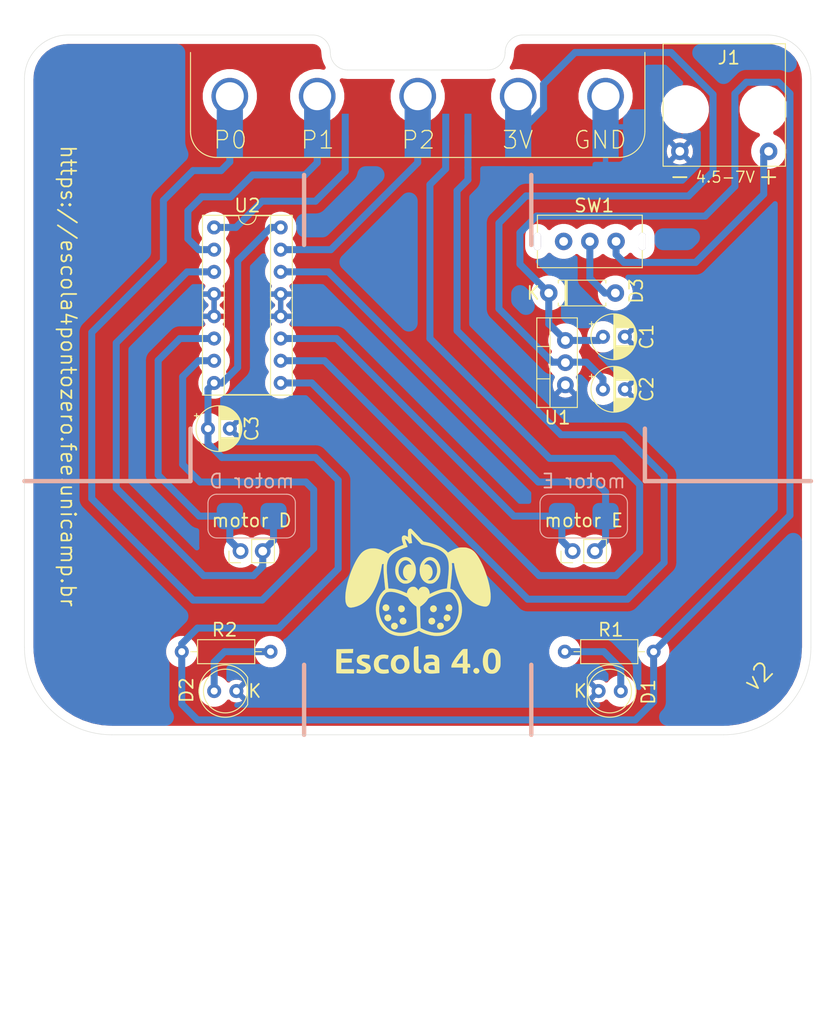
<source format=kicad_pcb>
(kicad_pcb (version 20211014) (generator pcbnew)
  (layers (0 "F.Cu" signal) (31 "B.Cu" signal) (34 "B.Paste" user) (35 "F.Paste" user) (36 "B.SilkS" user "B.Silkscreen") (37 "F.SilkS" user "F.Silkscreen") (38 "B.Mask" user) (39 "F.Mask" user) (44 "Edge.Cuts" user))
  (net 0 "")
  (net 1 "GND")
  (net 2 "Net-(J2-Pad6)")
  (net 3 "Net-(J2-Pad5)")
  (net 4 "Net-(J2-Pad4)")
  (net 5 "Net-(J2-Pad3)")
  (net 6 "Net-(J2-Pad2)")
  (net 7 "Net-(J2-Pad1)")
  (net 8 "/Vin")
  (net 9 "/3.3V")
  (net 10 "Net-(J3-Pad2)")
  (net 11 "Net-(J3-Pad1)")
  (net 12 "Net-(J4-Pad2)")
  (net 13 "Net-(J4-Pad1)")
  (net 14 "Net-(D1-Pad2)")
  (net 15 "Net-(D2-Pad2)")
  (net 16 "Net-(D3-Pad2)")
  (net 17 "Net-(J1-Pad2)")
  (footprint "bitmovel:R_Axial_DIN0207_L6.3mm_D2.5mm_P10.16mm_Horizontal" (layer "F.Cu") (at 177 113.5 180)
    (fp_text reference "R1" (at 4.9 2.5 180) (layer "F.SilkS") (effects (font (size 1.5 1.5) (thickness 0.2))))
    (fp_text value "R_US")
    (pad "1" thru_hole circle locked (at 0 0 180) (size 1.6 1.6) (drill 0.8) (layers *.Cu *.Mask) (net 8 "/Vin"))
    (pad "2" thru_hole oval locked (at 10.16 0 180) (size 1.6 1.6) (drill 0.8) (layers *.Cu *.Mask) (net 14 "Net-(D1-Pad2)"))
  )
  (footprint "bitmovel:microbit_edge_rings" (layer "F.Cu") (at 150 50)
    (fp_text reference "J2" hide)
    (fp_text value "micro:bit")
    (pad "" thru_hole circle locked (at -21.5 0) (size 4.2 4.2) (drill 3.2) (layers *.Cu *.Mask))
    (pad "" thru_hole circle locked (at 0 0) (size 4.2 4.2) (drill 3.2) (layers *.Cu *.Mask))
    (pad "" thru_hole circle locked (at 21.5 0) (size 4.2 4.2) (drill 3.2) (layers *.Cu *.Mask))
    (pad "" thru_hole circle locked (at 11.5 0) (size 4.2 4.2) (drill 3.2) (layers *.Cu *.Mask))
    (pad "" thru_hole circle locked (at -11.5 0) (size 4.2 4.2) (drill 3.2) (layers *.Cu *.Mask))
    (pad "1" connect rect locked (at -21.5 3.5) (size 3 7) (layers "B.Cu" "B.Mask") (net 7 "Net-(J2-Pad1)"))
    (pad "2" connect rect locked (at -11.5 3.5) (size 3 7) (layers "B.Cu" "B.Mask") (net 6 "Net-(J2-Pad2)"))
    (pad "3" connect rect locked (at -8.29 4.5) (size 0.8 5) (layers "B.Cu" "B.Mask") (net 5 "Net-(J2-Pad3)"))
    (pad "4" connect rect locked (at 0 3.5) (size 3 7) (layers "B.Cu" "B.Mask") (net 4 "Net-(J2-Pad4)"))
    (pad "5" connect rect locked (at 3.21 4.5) (size 0.8 5) (layers "B.Cu" "B.Mask") (net 3 "Net-(J2-Pad5)"))
    (pad "6" connect rect locked (at 5.75 4.5) (size 0.8 5) (layers "B.Cu" "B.Mask") (net 2 "Net-(J2-Pad6)"))
    (pad "7" connect rect locked (at 11.5 3.5) (size 3 7) (layers "B.Cu" "B.Mask") (net 9 "/3.3V"))
    (pad "8" connect rect locked (at 21.5 3.5) (size 3 7) (layers "B.Cu" "B.Mask") (net 1 "GND"))
  )
  (footprint "bitmovel:DIP-16_W7.62mm_Socket" (layer "F.Cu") (at 126.7 65)
    (fp_text reference "U2" (at 3.81 -2.5) (layer "F.SilkS") (effects (font (size 1.5 1.5) (thickness 0.2))))
    (fp_text value "L293D")
    (pad "1" thru_hole circle locked (at 0 0) (size 1.6 1.6) (drill 0.8) (layers *.Cu *.Mask) (net 5 "Net-(J2-Pad3)"))
    (pad "2" thru_hole oval locked (at 0 2.54) (size 1.6 1.6) (drill 0.8) (layers *.Cu *.Mask) (net 6 "Net-(J2-Pad2)"))
    (pad "3" thru_hole oval locked (at 0 5.08) (size 1.6 1.6) (drill 0.8) (layers *.Cu *.Mask) (net 11 "Net-(J3-Pad1)"))
    (pad "4" thru_hole oval locked (at 0 7.62) (size 1.6 1.6) (drill 0.8) (layers *.Cu *.Mask) (net 1 "GND"))
    (pad "5" thru_hole oval locked (at 0 10.16) (size 1.6 1.6) (drill 0.8) (layers *.Cu *.Mask) (net 1 "GND"))
    (pad "6" thru_hole oval locked (at 0 12.7) (size 1.6 1.6) (drill 0.8) (layers *.Cu *.Mask) (net 10 "Net-(J3-Pad2)"))
    (pad "7" thru_hole oval locked (at 0 15.24) (size 1.6 1.6) (drill 0.8) (layers *.Cu *.Mask) (net 7 "Net-(J2-Pad1)"))
    (pad "8" thru_hole oval locked (at 0 17.78) (size 1.6 1.6) (drill 0.8) (layers *.Cu *.Mask) (net 8 "/Vin"))
    (pad "9" thru_hole oval locked (at 7.62 17.78) (size 1.6 1.6) (drill 0.8) (layers *.Cu *.Mask) (net 2 "Net-(J2-Pad6)"))
    (pad "10" thru_hole oval locked (at 7.62 15.24) (size 1.6 1.6) (drill 0.8) (layers *.Cu *.Mask) (net 3 "Net-(J2-Pad5)"))
    (pad "11" thru_hole oval locked (at 7.62 12.7) (size 1.6 1.6) (drill 0.8) (layers *.Cu *.Mask) (net 13 "Net-(J4-Pad1)"))
    (pad "12" thru_hole oval locked (at 7.62 10.16) (size 1.6 1.6) (drill 0.8) (layers *.Cu *.Mask) (net 1 "GND"))
    (pad "13" thru_hole oval locked (at 7.62 7.62) (size 1.6 1.6) (drill 0.8) (layers *.Cu *.Mask) (net 1 "GND"))
    (pad "14" thru_hole oval locked (at 7.62 5.08) (size 1.6 1.6) (drill 0.8) (layers *.Cu *.Mask) (net 12 "Net-(J4-Pad2)"))
    (pad "15" thru_hole oval locked (at 7.62 2.54) (size 1.6 1.6) (drill 0.8) (layers *.Cu *.Mask) (net 4 "Net-(J2-Pad4)"))
    (pad "16" thru_hole oval locked (at 7.62 0) (size 1.6 1.6) (drill 0.8) (layers *.Cu *.Mask) (net 8 "/Vin"))
  )
  (footprint "Personal:logo_escola" (layer "F.Cu") (at 150 105)
    (fp_text reference "G***" hide)
    (fp_text value "LOGO" hide)
  )
  (footprint "Connector_PinHeader_2.54mm:PinHeader_1x02_P2.54mm_Vertical" (layer "F.Cu") (at 129.73 102 90)
    (fp_text reference "REF**" hide)
    (fp_text value "motor D" (at 3.5 1.27 180) (layer "F.SilkS") (effects (font (size 1.5 1.5) (thickness 0.2))))
    (pad "1" thru_hole circle locked (at 0 0 90) (size 1.8 1.8) (drill 1) (layers *.Cu *.Mask) (net 10 "Net-(J3-Pad2)"))
    (pad "2" thru_hole circle locked (at 0 2.54 90) (size 1.8 1.8) (drill 1) (layers *.Cu *.Mask) (net 11 "Net-(J3-Pad1)"))
  )
  (footprint "Connector_PinHeader_2.54mm:PinHeader_1x02_P2.54mm_Vertical" (layer "F.Cu") (at 167.73 102 90)
    (fp_text reference "REF**" hide)
    (fp_text value "motor E" (at 3.5 1.27 180) (layer "F.SilkS") (effects (font (size 1.5 1.5) (thickness 0.2))))
    (pad "1" thru_hole circle locked (at 0 0 90) (size 1.8 1.8) (drill 1) (layers *.Cu *.Mask) (net 13 "Net-(J4-Pad1)"))
    (pad "2" thru_hole circle locked (at 0 2.54 90) (size 1.8 1.8) (drill 1) (layers *.Cu *.Mask) (net 12 "Net-(J4-Pad2)"))
  )
  (footprint "bitmovel:TO-220-3_Vertical" (layer "F.Cu") (at 166.9 83 90)
    (fp_text reference "U1" (at -3.75 -0.9) (layer "F.SilkS") (effects (font (size 1.5 1.5) (thickness 0.2))))
    (fp_text value "LM1117-3.3")
    (pad "1" thru_hole circle locked (at 0 0 90) (size 1.905 1.905) (drill 1) (layers *.Cu *.Mask) (net 1 "GND"))
    (pad "2" thru_hole circle locked (at 2.54 0 90) (size 1.905 1.905) (drill 1) (layers *.Cu *.Mask) (net 9 "/3.3V"))
    (pad "3" thru_hole circle locked (at 5.08 0 90) (size 1.905 1.905) (drill 1) (layers *.Cu *.Mask) (net 8 "/Vin"))
  )
  (footprint "bitmovel:Slide_Switch" (layer "F.Cu") (at 172.7 66.6 180)
    (fp_text reference "SW1" (at 2.5 4.1) (layer "F.SilkS") (effects (font (size 1.5 1.5) (thickness 0.2))))
    (fp_text value "SW_SPST")
    (pad "" np_thru_hole roundrect locked (at 9 0 180) (size 0.8 2) (drill oval 0.8 2) (layers *.Cu *.Mask) (roundrect_rratio 0.5))
    (pad "" np_thru_hole roundrect locked (at -3 0 180) (size 0.8 2) (drill oval 0.8 2) (layers *.Cu *.Mask) (roundrect_rratio 0.5))
    (pad "1" thru_hole circle locked (at 0 0 180) (size 2 2) (drill 1) (layers *.Cu *.Mask) (net 17 "Net-(J1-Pad2)"))
    (pad "2" thru_hole circle locked (at 3 0 180) (size 2 2) (drill 1) (layers *.Cu *.Mask) (net 16 "Net-(D3-Pad2)"))
    (pad "3" thru_hole circle locked (at 6 0 180) (size 2 2) (drill 1) (layers *.Cu *.Mask))
  )
  (footprint "bitmovel:D_A-405_P7.62mm_Horizontal" (layer "F.Cu") (at 165 72.5)
    (fp_text reference "D3" (at 10 -0.25 90) (layer "F.SilkS") (effects (font (size 1.5 1.5) (thickness 0.2))))
    (fp_text value "D_Small")
    (fp_text user "K" (at -1.78 0) (layer "F.SilkS") (effects (font (size 1.5 1.5) (thickness 0.2))))
    (pad "1" thru_hole circle locked (at 0 0) (size 2 2) (drill 1) (layers *.Cu *.Mask) (net 8 "/Vin"))
    (pad "2" thru_hole circle locked (at 7.62 0) (size 2 2) (drill 1) (layers *.Cu *.Mask) (net 16 "Net-(D3-Pad2)"))
  )
  (footprint "bitmovel:CP_Radial_D5.0mm_P2.50mm" (layer "F.Cu") (at 171.2 77.5)
    (fp_text reference "C1" (at 5 0 90) (layer "F.SilkS") (effects (font (size 1.5 1.5) (thickness 0.2))))
    (fp_text value "10uF")
    (pad "1" thru_hole circle locked (at 0 0) (size 1.6 1.6) (drill 0.8) (layers *.Cu *.Mask) (net 8 "/Vin"))
    (pad "2" thru_hole circle locked (at 2.5 0) (size 1.6 1.6) (drill 0.8) (layers *.Cu *.Mask) (net 1 "GND"))
  )
  (footprint "bitmovel:CP_Radial_D5.0mm_P2.50mm" (layer "F.Cu") (at 171.2 83.5)
    (fp_text reference "C2" (at 5 0 90) (layer "F.SilkS") (effects (font (size 1.5 1.5) (thickness 0.2))))
    (fp_text value "10uF")
    (pad "1" thru_hole circle locked (at 0 0) (size 1.6 1.6) (drill 0.8) (layers *.Cu *.Mask) (net 9 "/3.3V"))
    (pad "2" thru_hole circle locked (at 2.5 0) (size 1.6 1.6) (drill 0.8) (layers *.Cu *.Mask) (net 1 "GND"))
  )
  (footprint "bitmovel:CP_Radial_D5.0mm_P2.50mm" (layer "F.Cu") (at 126 88)
    (fp_text reference "C3" (at 5 0 90) (layer "F.SilkS") (effects (font (size 1.5 1.5) (thickness 0.2))))
    (fp_text value "10uF")
    (pad "1" thru_hole circle locked (at 0 0) (size 1.6 1.6) (drill 0.8) (layers *.Cu *.Mask) (net 8 "/Vin"))
    (pad "2" thru_hole circle locked (at 2.5 0) (size 1.6 1.6) (drill 0.8) (layers *.Cu *.Mask) (net 1 "GND"))
  )
  (footprint "bitmovel:microUSB-breakout-2pin" (layer "F.Cu") (at 180 56.3)
    (fp_text reference "J1" (at 5.6 -10.7) (layer "F.SilkS") (effects (font (size 1.5 1.5) (thickness 0.2))))
    (fp_text value "Conn_01x02_Male")
    (fp_text user "-" (at 0 2.8) (layer "F.SilkS") (effects (font (size 2 2) (thickness 0.2))))
    (fp_text user "+" (at 10.16 2.8) (layer "F.SilkS") (effects (font (size 2 2) (thickness 0.2))))
    (fp_text user "4.5-7V" (at 5.2 2.95) (layer "F.SilkS") (effects (font (size 1.25 1.25))))
    (pad "" np_thru_hole circle locked (at 0.58 -4.8) (size 3.5 3.5) (drill 3.5) (layers *.Cu *.Mask))
    (pad "" np_thru_hole circle locked (at 9.58 -4.8) (size 3.5 3.5) (drill 3.5) (layers *.Cu *.Mask))
    (pad "1" thru_hole circle locked (at 0 0) (size 2 2) (drill 1) (layers *.Cu *.Mask) (net 1 "GND"))
    (pad "2" thru_hole circle locked (at 10.16 0 90) (size 2 2) (drill 1) (layers *.Cu *.Mask) (net 17 "Net-(J1-Pad2)"))
  )
  (footprint "bitmovel:LED_D5.0mm" (layer "F.Cu") (at 170.7 118)
    (fp_text reference "D1" (at 5.7 0.1 90) (layer "F.SilkS") (effects (font (size 1.5 1.5) (thickness 0.2))))
    (fp_text value "LED")
    (fp_text user "K" (at -2.1 0) (layer "F.SilkS") (effects (font (size 1.5 1.5) (thickness 0.2))))
    (pad "1" thru_hole circle locked (at 0 0) (size 1.6 1.6) (drill 0.8) (layers *.Cu *.Mask) (net 1 "GND"))
    (pad "2" thru_hole circle locked (at 2.54 0) (size 1.6 1.6) (drill 0.8) (layers *.Cu *.Mask) (net 14 "Net-(D1-Pad2)"))
  )
  (footprint "bitmovel:R_Axial_DIN0207_L6.3mm_D2.5mm_P10.16mm_Horizontal" (layer "F.Cu") (at 123 113.5)
    (fp_text reference "R2" (at 4.9 -2.5 -180) (layer "F.SilkS") (effects (font (size 1.5 1.5) (thickness 0.2))))
    (fp_text value "R_US")
    (pad "1" thru_hole circle locked (at 0 0) (size 1.6 1.6) (drill 0.8) (layers *.Cu *.Mask) (net 8 "/Vin"))
    (pad "2" thru_hole oval locked (at 10.16 0) (size 1.6 1.6) (drill 0.8) (layers *.Cu *.Mask) (net 15 "Net-(D2-Pad2)"))
  )
  (footprint "bitmovel:LED_D5.0mm" (layer "F.Cu") (at 129.25 118 180)
    (fp_text reference "D2" (at 5.7 0.1 90) (layer "F.SilkS") (effects (font (size 1.5 1.5) (thickness 0.2))))
    (fp_text value "LED")
    (fp_text user "K" (at -2.1 0) (layer "F.SilkS") (effects (font (size 1.5 1.5) (thickness 0.2))))
    (pad "1" thru_hole circle locked (at 0 0 180) (size 1.6 1.6) (drill 0.8) (layers *.Cu *.Mask) (net 1 "GND"))
    (pad "2" thru_hole circle locked (at 2.54 0 180) (size 1.6 1.6) (drill 0.8) (layers *.Cu *.Mask) (net 15 "Net-(D2-Pad2)"))
  )
  (footprint "LOGO" (layer "F.Cu") (at 150 114.5)
    (fp_text reference "G***" hide)
    (fp_text value "LOGO" hide)
  )
  (footprint "bitmovel:SolderJumper-2_P1.3mm_Open_RoundedPad1.0x1.5mm" (layer "B.Cu") (at 131 98 180)
    (fp_text reference "J3" hide)
    (fp_text value "motor D" (at 0 4) (layer "B.SilkS") (effects (font (size 1.6 1.6) (thickness 0.2)) (justify mirror)))
    (pad "1" smd roundrect locked (at -2.5 0 180) (size 3 3) (layers "B.Cu" "B.Mask") (net 11 "Net-(J3-Pad1)"))
    (pad "2" smd roundrect locked (at 2.5 0 180) (size 3 3) (layers "B.Cu" "B.Mask") (net 10 "Net-(J3-Pad2)"))
  )
  (footprint "bitmovel:SolderJumper-2_P1.3mm_Open_RoundedPad1.0x1.5mm" (layer "B.Cu") (at 169 98)
    (fp_text reference "J4" hide)
    (fp_text value "motor E" (at 0 -4) (layer "B.SilkS") (effects (font (size 1.6 1.6) (thickness 0.2)) (justify mirror)))
    (pad "1" smd roundrect locked (at -2.5 0) (size 3 3) (layers "B.Cu" "B.Mask") (net 13 "Net-(J4-Pad1)"))
    (pad "2" smd roundrect locked (at 2.5 0) (size 3 3) (layers "B.Cu" "B.Mask") (net 12 "Net-(J4-Pad2)"))
  )
  (footprint "Personal:motor" (layer "B.Cu") (at 185.6 57 -90)
    (fp_text reference "REF**" hide)
    (fp_text value "motor" hide)
  )
  (footprint "Personal:motor" (layer "B.Cu") (at 114.4 57 -90)
    (fp_text reference "" hide)
    (fp_text value "motor" hide)
  )
  (gr_line (start 176 88) (end 176 94) (layer "B.SilkS") (width 0.5))
  (gr_line (start 195 94) (end 176 94) (layer "B.SilkS") (width 0.5))
  (gr_line (start 137 123) (end 137 115) (layer "B.SilkS") (width 0.5))
  (gr_line (start 163 115) (end 163 123) (layer "B.SilkS") (width 0.5))
  (gr_line (start 105 94) (end 124 94) (layer "B.SilkS") (width 0.5))
  (gr_line (start 137 59) (end 137 67) (layer "B.SilkS") (width 0.5))
  (gr_line (start 163 67) (end 163 59) (layer "B.SilkS") (width 0.5))
  (gr_line (start 124 94) (end 124 88) (layer "B.SilkS") (width 0.5))
  (gr_arc (start 195 113) (mid 192.071068 120.071068) (end 185 123) (layer "Edge.Cuts") (width 0.05))
  (gr_arc (start 190 43) (mid 193.535534 44.464466) (end 195 48) (layer "Edge.Cuts") (width 0.05))
  (gr_line (start 162 43) (end 190 43) (layer "Edge.Cuts") (width 0.05))
  (gr_arc (start 115 123) (mid 107.928932 120.071068) (end 105 113) (layer "Edge.Cuts") (width 0.05))
  (gr_line (start 105 48) (end 105 113) (layer "Edge.Cuts") (width 0.05))
  (gr_line (start 195 48) (end 195 113) (layer "Edge.Cuts") (width 0.05))
  (gr_arc (start 105 48) (mid 106.464466 44.464466) (end 110 43) (layer "Edge.Cuts") (width 0.05))
  (gr_line (start 115 123) (end 185 123) (layer "Edge.Cuts") (width 0.05))
  (gr_line (start 138 43) (end 110 43) (layer "Edge.Cuts") (width 0.05))
  (gr_arc (start 160 45) (mid 159.414214 46.414214) (end 158 47) (layer "Edge.Cuts") (width 0.05))
  (gr_arc (start 160 45) (mid 160.585786 43.585786) (end 162 43) (layer "Edge.Cuts") (width 0.05))
  (gr_line (start 142 47) (end 158 47) (layer "Edge.Cuts") (width 0.05))
  (gr_arc (start 138 43) (mid 139.414214 43.585786) (end 140 45) (layer "Edge.Cuts") (width 0.05))
  (gr_arc (start 142 47) (mid 140.585786 46.414214) (end 140 45) (layer "Edge.Cuts") (width 0.05))
  (gr_text "https://escola4pontozero.fee.unicamp.br" (at 110 82 -90) (layer "F.SilkS") (effects (font (size 1.7 1.7) (thickness 0.2))))
  (gr_text "v2" (at 188.976 116.332 45) (layer "F.SilkS") (effects (font (size 2 2) (thickness 0.2))))
  (gr_text "P0    P1     P2     3V   GND" (at 126.5 55) (layer "F.SilkS") (effects (font (size 2 2)) (justify left)))
  (segment (start 173.5 88.7) (end 166.4 88.7) (width 0.8) (layer "B.Cu") (net 2))
  (segment (start 155.75 59.55) (end 155.75 58.15) (width 0.8) (layer "B.Cu") (net 2))
  (segment (start 178.2 103.3) (end 178.2 93.4) (width 0.8) (layer "B.Cu") (net 2))
  (segment (start 166.4 88.7) (end 154.5 76.8) (width 0.8) (layer "B.Cu") (net 2))
  (segment (start 154.5 76.8) (end 154.5 60.8) (width 0.8) (layer "B.Cu") (net 2))
  (segment (start 154.5 60.8) (end 155.75 59.55) (width 0.8) (layer "B.Cu") (net 2))
  (segment (start 137.88 82.78) (end 162.6 107.5) (width 0.8) (layer "B.Cu") (net 2))
  (segment (start 174 107.5) (end 178.2 103.3) (width 0.8) (layer "B.Cu") (net 2))
  (segment (start 155.75 58.15) (end 155.75 54.5) (width 0.8) (layer "B.Cu") (net 2))
  (segment (start 178.2 93.4) (end 173.5 88.7) (width 0.8) (layer "B.Cu") (net 2))
  (segment (start 134.32 82.78) (end 137.88 82.78) (width 0.8) (layer "B.Cu") (net 2))
  (segment (start 162.6 107.5) (end 174 107.5) (width 0.8) (layer "B.Cu") (net 2))
  (segment (start 151.4 60.1) (end 151.4 77.7) (width 0.8) (layer "B.Cu") (net 3))
  (segment (start 153.21 55) (end 153.2 55.01) (width 0.8) (layer "B.Cu") (net 3))
  (segment (start 172.4 91.4) (end 175.4 94.4) (width 0.8) (layer "B.Cu") (net 3))
  (segment (start 175.4 102.1) (end 172.7 104.8) (width 0.8) (layer "B.Cu") (net 3))
  (segment (start 172.7 104.8) (end 163.9 104.8) (width 0.8) (layer "B.Cu") (net 3))
  (segment (start 151.4 77.7) (end 165.1 91.4) (width 0.8) (layer "B.Cu") (net 3))
  (segment (start 175.4 94.4) (end 175.4 102.1) (width 0.8) (layer "B.Cu") (net 3))
  (segment (start 153.2 58.3) (end 151.4 60.1) (width 0.8) (layer "B.Cu") (net 3))
  (segment (start 163.9 104.8) (end 139.34 80.24) (width 0.8) (layer "B.Cu") (net 3))
  (segment (start 165.1 91.4) (end 172.4 91.4) (width 0.8) (layer "B.Cu") (net 3))
  (segment (start 139.34 80.24) (end 134.32 80.24) (width 0.8) (layer "B.Cu") (net 3))
  (segment (start 153.2 55.01) (end 153.2 58.3) (width 0.8) (layer "B.Cu") (net 3))
  (segment (start 150 57.6) (end 150 55) (width 0.8) (layer "B.Cu") (net 4))
  (segment (start 140.06 67.54) (end 150 57.6) (width 0.8) (layer "B.Cu") (net 4))
  (segment (start 134.32 67.54) (end 140.06 67.54) (width 0.8) (layer "B.Cu") (net 4))
  (segment (start 138.3 62) (end 141.71 58.59) (width 0.8) (layer "B.Cu") (net 5))
  (segment (start 126.7 65) (end 129.2 65) (width 0.8) (layer "B.Cu") (net 5))
  (segment (start 132.2 62) (end 138.3 62) (width 0.8) (layer "B.Cu") (net 5))
  (segment (start 129.2 65) (end 132.2 62) (width 0.8) (layer "B.Cu") (net 5))
  (segment (start 141.71 58.59) (end 141.71 54.5) (width 0.8) (layer "B.Cu") (net 5))
  (segment (start 137.1 59) (end 131.1 59) (width 0.8) (layer "B.Cu") (net 6))
  (segment (start 124.94 67.54) (end 126.7 67.54) (width 0.8) (layer "B.Cu") (net 6))
  (segment (start 131.1 59) (end 128.6 61.5) (width 0.8) (layer "B.Cu") (net 6))
  (segment (start 138.5 53.5) (end 138.5 57.6) (width 0.8) (layer "B.Cu") (net 6))
  (segment (start 123.7 63.1) (end 123.7 66.3) (width 0.8) (layer "B.Cu") (net 6))
  (segment (start 125.3 61.5) (end 123.7 63.1) (width 0.8) (layer "B.Cu") (net 6))
  (segment (start 138.5 57.6) (end 137.1 59) (width 0.8) (layer "B.Cu") (net 6))
  (segment (start 128.6 61.5) (end 125.3 61.5) (width 0.8) (layer "B.Cu") (net 6))
  (segment (start 123.7 66.3) (end 124.94 67.54) (width 0.8) (layer "B.Cu") (net 6))
  (segment (start 138.1 101.7) (end 138.1 95) (width 0.8) (layer "B.Cu") (net 7))
  (segment (start 123.1 82.06) (end 124.92 80.24) (width 0.8) (layer "B.Cu") (net 7))
  (segment (start 127.5 58.5) (end 124.3 58.5) (width 0.8) (layer "B.Cu") (net 7))
  (segment (start 124.3 107.6) (end 132.2 107.6) (width 0.8) (layer "B.Cu") (net 7))
  (segment (start 137.2 94.1) (end 125.1 94.1) (width 0.8) (layer "B.Cu") (net 7))
  (segment (start 112.7 96) (end 124.3 107.6) (width 0.8) (layer "B.Cu") (net 7))
  (segment (start 128.5 57.5) (end 127.5 58.5) (width 0.8) (layer "B.Cu") (net 7))
  (segment (start 120.9 61.9) (end 120.9 68.8) (width 0.8) (layer "B.Cu") (net 7))
  (segment (start 123.1 92.1) (end 123.1 82.06) (width 0.8) (layer "B.Cu") (net 7))
  (segment (start 124.3 58.5) (end 120.9 61.9) (width 0.8) (layer "B.Cu") (net 7))
  (segment (start 138.1 95) (end 137.2 94.1) (width 0.8) (layer "B.Cu") (net 7))
  (segment (start 125.1 94.1) (end 123.1 92.1) (width 0.8) (layer "B.Cu") (net 7))
  (segment (start 112.7 77) (end 112.7 96) (width 0.8) (layer "B.Cu") (net 7))
  (segment (start 132.2 107.6) (end 138.1 101.7) (width 0.8) (layer "B.Cu") (net 7))
  (segment (start 120.9 68.8) (end 112.7 77) (width 0.8) (layer "B.Cu") (net 7))
  (segment (start 128.5 53.5) (end 128.5 57.5) (width 0.8) (layer "B.Cu") (net 7))
  (segment (start 124.92 80.24) (end 126.7 80.24) (width 0.8) (layer "B.Cu") (net 7))
  (segment (start 165.05 76.05) (end 165 76.05) (width 0.8) (layer "B.Cu") (net 8))
  (segment (start 127.6 91.3) (end 126 89.7) (width 0.8) (layer "B.Cu") (net 8))
  (segment (start 170.78 77.92) (end 171.2 77.5) (width 0.8) (layer "B.Cu") (net 8))
  (segment (start 192.6 97.9) (end 192.6 49.7) (width 0.8) (layer "B.Cu") (net 8))
  (segment (start 126.7 82.78) (end 127.62 82.78) (width 0.8) (layer "B.Cu") (net 8))
  (segment (start 177 113.5) (end 192.6 97.9) (width 0.8) (layer "B.Cu") (net 8))
  (segment (start 140.9 93.9) (end 138.3 91.3) (width 0.8) (layer "B.Cu") (net 8))
  (segment (start 177 119.2) (end 174.9 121.3) (width 0.8) (layer "B.Cu") (net 8))
  (segment (start 187.6 48.4) (end 186.3 49.7) (width 0.8) (layer "B.Cu") (net 8))
  (segment (start 138.3 91.3) (end 127.6 91.3) (width 0.8) (layer "B.Cu") (net 8))
  (segment (start 166.9 77.9) (end 165.05 76.05) (width 0.8) (layer "B.Cu") (net 8))
  (segment (start 124.8 110.8) (end 134.1 110.8) (width 0.8) (layer "B.Cu") (net 8))
  (segment (start 182.9 63.7) (end 163.6 63.7) (width 0.8) (layer "B.Cu") (net 8))
  (segment (start 124.8 121.3) (end 123 119.5) (width 0.8) (layer "B.Cu") (net 8))
  (segment (start 165 76.05) (end 165 72.5) (width 0.8) (layer "B.Cu") (net 8))
  (segment (start 191.3 48.4) (end 187.6 48.4) (width 0.8) (layer "B.Cu") (net 8))
  (segment (start 129.4 68.8) (end 133.2 65) (width 0.8) (layer "B.Cu") (net 8))
  (segment (start 123 112.6) (end 124.8 110.8) (width 0.8) (layer "B.Cu") (net 8))
  (segment (start 129.4 81) (end 129.4 68.8) (width 0.8) (layer "B.Cu") (net 8))
  (segment (start 166.9 77.92) (end 166.9 77.9) (width 0.8) (layer "B.Cu") (net 8))
  (segment (start 140.9 104) (end 140.9 93.9) (width 0.8) (layer "B.Cu") (net 8))
  (segment (start 161.7 65.6) (end 161.7 69.2) (width 0.8) (layer "B.Cu") (net 8))
  (segment (start 126 89.7) (end 126 83.48) (width 0.8) (layer "B.Cu") (net 8))
  (segment (start 166.9 77.92) (end 170.78 77.92) (width 0.8) (layer "B.Cu") (net 8))
  (segment (start 126.68 82.8) (end 126.7 82.8) (width 0.8) (layer "B.Cu") (net 8))
  (segment (start 133.2 65) (end 134.32 65) (width 0.8) (layer "B.Cu") (net 8))
  (segment (start 174.9 121.3) (end 124.8 121.3) (width 0.8) (layer "B.Cu") (net 8))
  (segment (start 127.62 82.78) (end 129.4 81) (width 0.8) (layer "B.Cu") (net 8))
  (segment (start 177 113.5) (end 177 119.2) (width 0.8) (layer "B.Cu") (net 8))
  (segment (start 192.6 49.7) (end 191.3 48.4) (width 0.8) (layer "B.Cu") (net 8))
  (segment (start 134.1 110.8) (end 140.9 104) (width 0.8) (layer "B.Cu") (net 8))
  (segment (start 123 119.5) (end 123 112.6) (width 0.8) (layer "B.Cu") (net 8))
  (segment (start 161.7 69.2) (end 165 72.5) (width 0.8) (layer "B.Cu") (net 8))
  (segment (start 186.3 60.3) (end 182.9 63.7) (width 0.8) (layer "B.Cu") (net 8))
  (segment (start 186.3 49.7) (end 186.3 60.3) (width 0.8) (layer "B.Cu") (net 8))
  (segment (start 163.6 63.7) (end 161.7 65.6) (width 0.8) (layer "B.Cu") (net 8))
  (segment (start 126 83.48) (end 126.68 82.8) (width 0.8) (layer "B.Cu") (net 8))
  (segment (start 168 45) (end 164.4 48.6) (width 0.8) (layer "B.Cu") (net 9))
  (segment (start 169.3 80.4) (end 165.4 80.4) (width 0.8) (layer "B.Cu") (net 9))
  (segment (start 164.4 51.4) (end 162.3 53.5) (width 0.8) (layer "B.Cu") (net 9))
  (segment (start 171.2 83.5) (end 171.2 82.3) (width 0.8) (layer "B.Cu") (net 9))
  (segment (start 164.4 48.6) (end 164.4 51.4) (width 0.8) (layer "B.Cu") (net 9))
  (segment (start 165.4 80.4) (end 159.3 74.3) (width 0.8) (layer "B.Cu") (net 9))
  (segment (start 179 45) (end 168 45) (width 0.8) (layer "B.Cu") (net 9))
  (segment (start 183.8 49.8) (end 179 45) (width 0.8) (layer "B.Cu") (net 9))
  (segment (start 181 61.4) (end 183.8 58.6) (width 0.8) (layer "B.Cu") (net 9))
  (segment (start 183.8 58.6) (end 183.8 49.8) (width 0.8) (layer "B.Cu") (net 9))
  (segment (start 159.3 74.3) (end 159.3 64.5) (width 0.8) (layer "B.Cu") (net 9))
  (segment (start 162.3 53.5) (end 161.5 53.5) (width 0.8) (layer "B.Cu") (net 9))
  (segment (start 161.5 53.5) (end 161.5 55) (width 0.8) (layer "B.Cu") (net 9))
  (segment (start 162.4 61.4) (end 181 61.4) (width 0.8) (layer "B.Cu") (net 9))
  (segment (start 171.2 82.3) (end 169.3 80.4) (width 0.8) (layer "B.Cu") (net 9))
  (segment (start 159.3 64.5) (end 162.4 61.4) (width 0.8) (layer "B.Cu") (net 9))
  (segment (start 120.3 93.3) (end 120.3 80.2) (width 0.8) (layer "B.Cu") (net 10))
  (segment (start 128.5 98) (end 128.5 100.77) (width 0.8) (layer "B.Cu") (net 10))
  (segment (start 128.5 98) (end 125 98) (width 0.8) (layer "B.Cu") (net 10))
  (segment (start 120.3 80.2) (end 122.8 77.7) (width 0.8) (layer "B.Cu") (net 10))
  (segment (start 128.5 100.77) (end 129.73 102) (width 0.8) (layer "B.Cu") (net 10))
  (segment (start 125 98) (end 120.3 93.3) (width 0.8) (layer "B.Cu") (net 10))
  (segment (start 122.8 77.7) (end 126.7 77.7) (width 0.8) (layer "B.Cu") (net 10))
  (segment (start 123.62 70.08) (end 126.7 70.08) (width 0.8) (layer "B.Cu") (net 11))
  (segment (start 131.2 104.8) (end 125.5 104.8) (width 0.8) (layer "B.Cu") (net 11))
  (segment (start 133.5 100.77) (end 132.27 102) (width 0.8) (layer "B.Cu") (net 11))
  (segment (start 133.5 98) (end 133.5 100.77) (width 0.8) (layer "B.Cu") (net 11))
  (segment (start 132.27 102) (end 132.27 103.73) (width 0.8) (layer "B.Cu") (net 11))
  (segment (start 125.5 104.8) (end 115.5 94.8) (width 0.8) (layer "B.Cu") (net 11))
  (segment (start 132.27 103.73) (end 131.2 104.8) (width 0.8) (layer "B.Cu") (net 11))
  (segment (start 115.5 78.2) (end 123.62 70.08) (width 0.8) (layer "B.Cu") (net 11))
  (segment (start 115.5 94.8) (end 115.5 78.2) (width 0.8) (layer "B.Cu") (net 11))
  (segment (start 170.35 94.1) (end 163.8 94.1) (width 0.8) (layer "B.Cu") (net 12))
  (segment (start 139.78 70.08) (end 134.32 70.08) (width 0.8) (layer "B.Cu") (net 12))
  (segment (start 171.5 98) (end 171.5 100.835) (width 0.8) (layer "B.Cu") (net 12))
  (segment (start 171.5 95.25) (end 170.35 94.1) (width 0.8) (layer "B.Cu") (net 12))
  (segment (start 171.5 98) (end 171.5 95.25) (width 0.8) (layer "B.Cu") (net 12))
  (segment (start 163.8 94.1) (end 139.78 70.08) (width 0.8) (layer "B.Cu") (net 12))
  (segment (start 170.335 102) (end 170.27 102) (width 0.8) (layer "B.Cu") (net 12))
  (segment (start 171.5 100.835) (end 170.335 102) (width 0.8) (layer "B.Cu") (net 12))
  (segment (start 140.7 77.7) (end 134.32 77.7) (width 0.8) (layer "B.Cu") (net 13))
  (segment (start 166.5 98) (end 166.5 100.8) (width 0.8) (layer "B.Cu") (net 13))
  (segment (start 166.5 98) (end 161 98) (width 0.8) (layer "B.Cu") (net 13))
  (segment (start 167.7 102) (end 167.73 102) (width 0.8) (layer "B.Cu") (net 13))
  (segment (start 161 98) (end 140.7 77.7) (width 0.8) (layer "B.Cu") (net 13))
  (segment (start 166.5 100.8) (end 167.7 102) (width 0.8) (layer "B.Cu") (net 13))
  (segment (start 171.3 113.5) (end 166.84 113.5) (width 0.8) (layer "B.Cu") (net 14))
  (segment (start 173.24 118) (end 173.24 115.44) (width 0.8) (layer "B.Cu") (net 14))
  (segment (start 173.24 115.44) (end 171.3 113.5) (width 0.8) (layer "B.Cu") (net 14))
  (segment (start 126.71 118) (end 126.71 114.69) (width 0.8) (layer "B.Cu") (net 15))
  (segment (start 126.71 114.69) (end 127.9 113.5) (width 0.8) (layer "B.Cu") (net 15))
  (segment (start 127.9 113.5) (end 133.16 113.5) (width 0.8) (layer "B.Cu") (net 15))
  (segment (start 133 113.5) (end 133.16 113.5) (width 0.8) (layer "B.Cu") (net 15))
  (segment (start 171.4 72.5) (end 169.7 70.8) (width 0.8) (layer "B.Cu") (net 16))
  (segment (start 172.62 72.5) (end 171.4 72.5) (width 0.8) (layer "B.Cu") (net 16))
  (segment (start 169.7 70.8) (end 169.7 66.8) (width 0.8) (layer "B.Cu") (net 16))
  (segment (start 181.8 69) (end 189.6 61.2) (width 0.8) (layer "B.Cu") (net 17))
  (segment (start 173.6 69) (end 181.8 69) (width 0.8) (layer "B.Cu") (net 17))
  (segment (start 189.6 56.86) (end 190.16 56.3) (width 0.8) (layer "B.Cu") (net 17))
  (segment (start 189.6 61.2) (end 189.6 56.86) (width 0.8) (layer "B.Cu") (net 17))
  (segment (start 172.7 68.1) (end 173.6 69) (width 0.8) (layer "B.Cu") (net 17))
  (segment (start 172.7 66.6) (end 172.7 68.1) (width 0.8) (layer "B.Cu") (net 17))
  (zone (net 1) (net_name "GND") (layer "F.Cu") (connect_pads (clearance 1)) (min_thickness 0.5) (fill yes (thermal_gap 0.5) (thermal_bridge_width 0.6))
    (polygon (pts (xy 198 126) (xy 102.2 126) (xy 102.2 39) (xy 198 39)))
  )
  (zone (net 0) (net_name "") (layer "B.Cu") (connect_pads (clearance 0)) (min_thickness 5)
    (keepout (tracks allowed) (vias allowed) (pads allowed) (copperpour not_allowed) (footprints allowed))
    (fill (thermal_gap 0.508) (thermal_bridge_width 6))
    (polygon (pts (xy 175 101.5) (xy 163 101.5) (xy 163 94.5) (xy 175 94.5)))
  )
  (zone (net 0) (net_name "") (layer "B.Cu") (connect_pads (clearance 0)) (min_thickness 5)
    (keepout (tracks allowed) (vias allowed) (pads allowed) (copperpour not_allowed) (footprints allowed))
    (fill (thermal_gap 0.508) (thermal_bridge_width 6))
    (polygon (pts (xy 137 101.5) (xy 125 101.5) (xy 125 94.5) (xy 137 94.5)))
  )
  (zone (net 0) (net_name "") (layer "B.Cu") (connect_pads (clearance 0)) (min_thickness 0.254)
    (keepout (tracks allowed) (vias not_allowed) (pads allowed) (copperpour not_allowed) (footprints allowed))
    (fill (thermal_gap 0.508) (thermal_bridge_width 0.508))
    (polygon (pts (xy 176 51.5) (xy 170 51.5) (xy 170 58) (xy 125.9 58) (xy 125.5 57.9) (xy 125.1 57.7) (xy 124.6 57.4) (xy 124.2 57) (xy 123.9 56.6) (xy 123.7 56.3) (xy 123.5 55.8) (xy 123.4 55.4) (xy 123.4 43) (xy 176 43)))
  )
  (zone (net 0) (net_name "") (layer "B.Cu") (connect_pads (clearance 1)) (min_thickness 2) (fill yes (thermal_gap 0.508) (thermal_bridge_width 6))
    (polygon (pts (xy 197 125) (xy 103 125) (xy 103 40) (xy 197 40)))
  )
  (zone (net 1) (net_name "GND") (layer "B.Cu") (connect_pads (clearance 1)) (min_thickness 0.6) (fill yes (thermal_gap 0.5) (thermal_bridge_width 0.61))
    (polygon (pts (xy 196 124) (xy 104 124) (xy 104 41) (xy 196 41)))
  )
)
</source>
